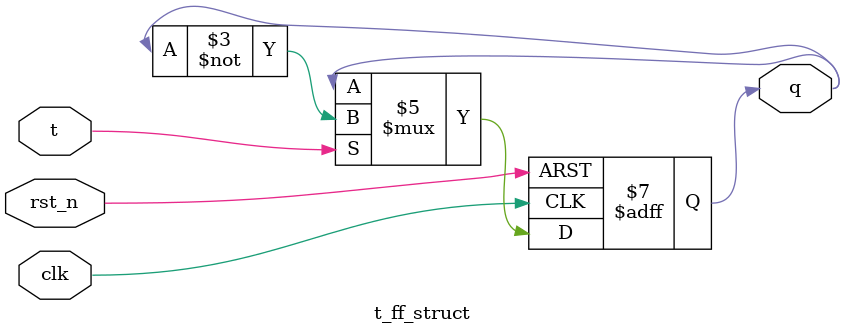
<source format=v>
module synchronous_3bit_down_counter_struct(
  input clk,
  input rst_n,
  output [2:0] q
);
  wire [2:0] q_int;
  wire reset_n_int,rst_final,t0,t1,t2;

  assign reset_n_int = ~(~q_int[2] & ~q_int[1] & ~q_int[0]);
  assign rst_final = rst_n & reset_n_int;
  assign t0 = 1'b1;
  assign t1 = ~q_int[0];
  assign t2 = ~q_int[0] & ~q_int[1];

  t_ff_struct ff0(.clk(clk), .rst_n(rst_final), .t(t0), .q(q_int[0]));
  t_ff_struct ff1(.clk(clk), .rst_n(rst_final), .t(t1), .q(q_int[1]));
  t_ff_struct ff2(.clk(clk), .rst_n(rst_final), .t(t2), .q(q_int[2]));

  assign q = q_int;
endmodule

module t_ff_struct(
  input clk,
  input rst_n,
  input t,
  output reg q
);
  initial q = 1'b1;
  always @(posedge clk or negedge rst_n) begin
    if (!rst_n)
      q <= 1'b1;
    else if (t)
      q <= ~q;
  end
endmodule
</source>
